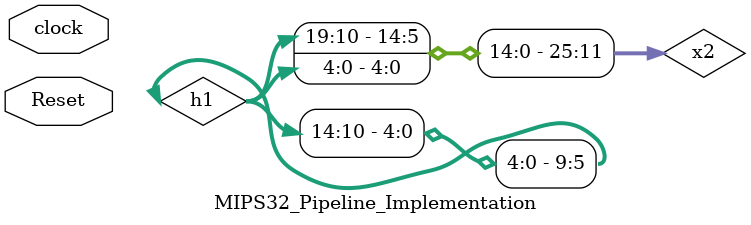
<source format=v>
module MIPS32_Pipeline_Implementation(input clock, Reset);
wire [63:0] x1,x2;
wire [31:0] w2,w3,w4,w6,w7,w9,w10;
wire m1,m2,m3,m5,m6,m7,m8,m9;
wire [8:0] n1;
wire [124:0] h1,h2;
wire [2:0] t1;
wire [1:0] ts1,ts2;
wire [74:0] s1,s2;
wire [70:0] g1;
wire [70:0] g2;
assign h1[19:15] = x2[25:21];
assign h1[14:10] = x2[20:16];
assign h1[9:5] = x2[20:16];
assign h1[4:0] = x2[15:11];
assign s1[74:70] = h2[124:120] ;
assign g1[70:69] = s2[74:73] ;
assign g1[36:5] = s2[68:37]  ;
assign g1[4:0]= s2[4:0] ;     

Multiplexer_2x1_32bit Pc_in_mux (.Input1(x1[63:32]),.Input2(w2),.Sel(m1),
.Mux_out(w3));

Adder_pc4 pc_incrementor (.Current_PC(w4),.Next_PC(x1[63:32]));

Instruction_memory PC_out_IFID_in (.PC_Read_address(w4),
.Instruction_Outt(x1[31:0]));

Register_IF_ID IF_ID_reg (.clk(clock),.IF_ID_in1(x1),.IF_ID_Ctrl(m2),
.IF_ID_out1(x2),.Flush(m8));

Control_Unit cu (.Opcode(x2[31:26]),.RegDst(n1[3]),.Branch(n1[6]),
.MemRead(n1[5]),.MemtoReg(n1[7]),.ALUOP1(n1[2]),.ALUOP2(n1[1])
,.MemWrite(n1[4]),.ALUSrc(n1[0]),.RegWrite(n1[8]),.Flush(m8));

Sign_extended se1 (.Immediate(x2[15:0]),.Sign_Immex(h1[51:20]));

Shift_left2 sll2 (.Sign_Immex(h1[51:20]),.sll2_out(w6));

Adder_branch adbc (.PC_PLUS_4(x2[63:32]),.Sign_Ex_sll_2(w6),.add_out(w2));

Hazard_Detection_Unit  hzdu (.IF_ID_Reg_Rt(x2[20:16]),.IF_ID_Reg_Rs(x2[25:21]),
.ID_EX_MemRead(h2[121]),.ID_EX_Reg_Rt(h2[9:5]),.PC_write(m5),.IF_ID_write(m2),
.Mux_HDU_out(m6));

Reg_File_module Rg (.clk(clock),.rs(x2[25:21]),.rt(x2[20:16]),.rd(g2[4:0])
,.write_data(w7),.Read_data1(h1[115:84]),.Read_data2(h1[83:52]),
.Reg_write(g2[70]),.PC_in(w3),.PC_Write(m5),.PC_out(w4));

comparator cmp ( .in1(h1[115:84]),.in2(h1[83:52]),.out(m7));

And1_gate and_br (.in1(m7),.in2(m8),.out(m1));

Multiplexer_2x1_9bit MUX_hzdu (.Input1(n1),.Input2(9'b0),.Sel(m6)
,.Mux_out(h1[124:116]));

Register_ID_EX idex_reg (.clk(clock),.ID_EX_in1(h1),.ID_EX_out1(h2));

ALU_control aluctrl (.ALU_Op1(h2[118]),.ALU_Op2(h2[117]),.Funct(h2[25:20]),
.ALU_Control(t1));

Multiplexer_4x1 alu_mux1 (.a(h2[115:84]),.b(w7),.c(s2[68:37]),.d(),.Sel_2(ts1)
,.ALU_MUX1_out(w9));
  
Multiplexer_4x1 alu_mux2 (.a(h2[83:52]),.b(w7),.c(s2[68:37]),.d(),.Sel_2(ts2)
,.ALU_MUX1_out(s1[36:5])); 

Multiplexer_2x1_32bit Immediate_mux (.Input1(s1[36:5]),.Input2(h2[51:20]),.Sel(h2[116]),
.Mux_out(w10));

ALU alu1 (.R_data1(w9),.R_data2(w10),.ALU_control(t1),
.ALU_Result(s1[68:37]),.zero(s1[69]));
 
Multiplexer_2x1_5bit MUX_rsrt (.Input1(h2[9:5]),.Input2(h2[4:0]),.Sel(h2[119]) 
,.Mux_out(s1[4:0])); 

Forwarding_Unit fu(.ID_EX_Reg_Rs(h2[19:15]),.ID_EX_Reg_Rt(h2[14:10]),
.EX_MEM_Reg_Rd(s2[4:0]),.EX_MEM_RegWrite(s2[74]),.MEM_WB_RegWrite(g2[70]),
.MEM_WB_Reg_Rd(g2[4:0]),.ForwardA(ts1),.ForwardB(ts2));     
 
Register_EX_MEM EX_MEM_Reg (.clk(clock),.EX_MEM_in1(s1),.EX_MEM_out1(s2));  

Data_memory DM ( .Mem_Write(s2[70]),.Mem_Read(s2[71]),.clk(clock),
 .Address(s2[68:37]),.Write_data(s2[36:5]),.Mem_Data(g1[68:37]));
 
Register_MEM_WB MEM_WB_Reg (.clk(clock),.MEM_WB_in1(g1),.MEM_WB_out1(g2));
 
Multiplexer_2x1_32bit last_mux (.Input1(g2[68:37]),.Input2(g2[36:5]),
.Sel(~g2[69]),.Mux_out(w7));
                                 
endmodule
</source>
